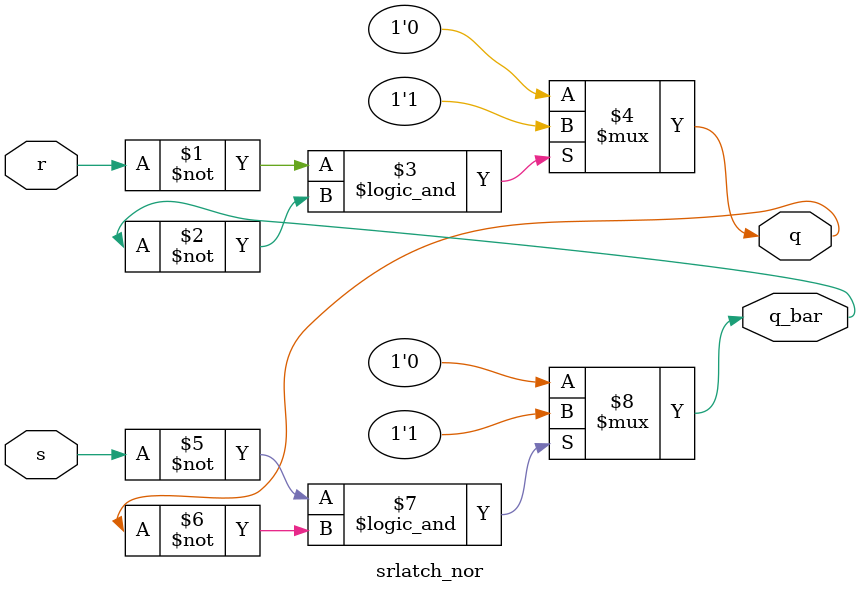
<source format=v>
module srlatch_nor(
    input s,
    input r,
    output q,
    output q_bar
);

assign q = ((r == 1'b0) && (q_bar == 1'b0)) ? 1'b1 : 1'b0;
assign q_bar = ((s == 1'b0) && (q == 1'b0)) ? 1'b1 : 1'b0;
//assign q = ~(r | q_bar);
//assign q_bar = ~(s | q);

endmodule

</source>
